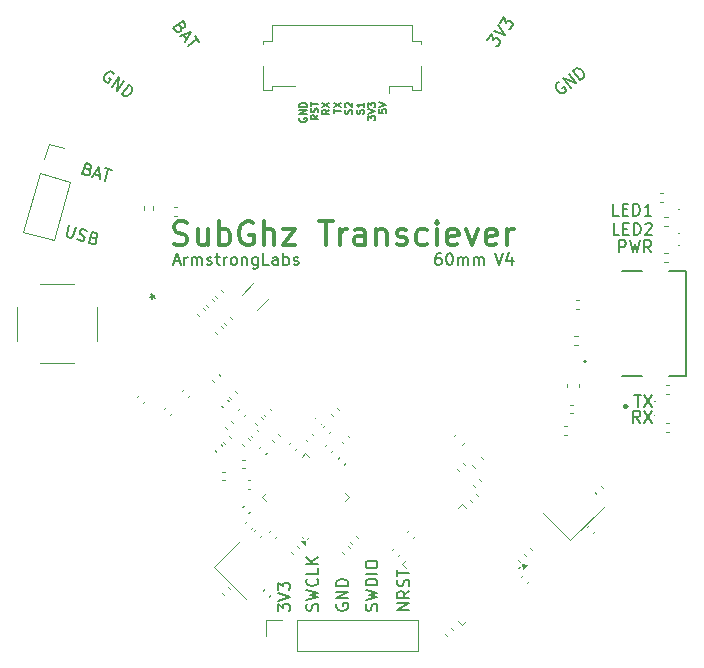
<source format=gbr>
%TF.GenerationSoftware,KiCad,Pcbnew,8.0.1*%
%TF.CreationDate,2024-09-30T12:45:28-07:00*%
%TF.ProjectId,rocketBeaconModule,726f636b-6574-4426-9561-636f6e4d6f64,rev?*%
%TF.SameCoordinates,Original*%
%TF.FileFunction,Legend,Top*%
%TF.FilePolarity,Positive*%
%FSLAX46Y46*%
G04 Gerber Fmt 4.6, Leading zero omitted, Abs format (unit mm)*
G04 Created by KiCad (PCBNEW 8.0.1) date 2024-09-30 12:45:28*
%MOMM*%
%LPD*%
G01*
G04 APERTURE LIST*
%ADD10C,0.150000*%
%ADD11C,0.300000*%
%ADD12C,0.120000*%
%ADD13C,0.254000*%
%ADD14C,0.100000*%
%ADD15C,0.127000*%
%ADD16C,0.200000*%
G04 APERTURE END LIST*
D10*
X71435238Y-150472611D02*
X71387619Y-150567849D01*
X71387619Y-150567849D02*
X71387619Y-150710706D01*
X71387619Y-150710706D02*
X71435238Y-150853563D01*
X71435238Y-150853563D02*
X71530476Y-150948801D01*
X71530476Y-150948801D02*
X71625714Y-150996420D01*
X71625714Y-150996420D02*
X71816190Y-151044039D01*
X71816190Y-151044039D02*
X71959047Y-151044039D01*
X71959047Y-151044039D02*
X72149523Y-150996420D01*
X72149523Y-150996420D02*
X72244761Y-150948801D01*
X72244761Y-150948801D02*
X72340000Y-150853563D01*
X72340000Y-150853563D02*
X72387619Y-150710706D01*
X72387619Y-150710706D02*
X72387619Y-150615468D01*
X72387619Y-150615468D02*
X72340000Y-150472611D01*
X72340000Y-150472611D02*
X72292380Y-150424992D01*
X72292380Y-150424992D02*
X71959047Y-150424992D01*
X71959047Y-150424992D02*
X71959047Y-150615468D01*
X72387619Y-149996420D02*
X71387619Y-149996420D01*
X71387619Y-149996420D02*
X72387619Y-149424992D01*
X72387619Y-149424992D02*
X71387619Y-149424992D01*
X72387619Y-148948801D02*
X71387619Y-148948801D01*
X71387619Y-148948801D02*
X71387619Y-148710706D01*
X71387619Y-148710706D02*
X71435238Y-148567849D01*
X71435238Y-148567849D02*
X71530476Y-148472611D01*
X71530476Y-148472611D02*
X71625714Y-148424992D01*
X71625714Y-148424992D02*
X71816190Y-148377373D01*
X71816190Y-148377373D02*
X71959047Y-148377373D01*
X71959047Y-148377373D02*
X72149523Y-148424992D01*
X72149523Y-148424992D02*
X72244761Y-148472611D01*
X72244761Y-148472611D02*
X72340000Y-148567849D01*
X72340000Y-148567849D02*
X72387619Y-148710706D01*
X72387619Y-148710706D02*
X72387619Y-148948801D01*
X69800000Y-151044039D02*
X69847619Y-150901182D01*
X69847619Y-150901182D02*
X69847619Y-150663087D01*
X69847619Y-150663087D02*
X69800000Y-150567849D01*
X69800000Y-150567849D02*
X69752380Y-150520230D01*
X69752380Y-150520230D02*
X69657142Y-150472611D01*
X69657142Y-150472611D02*
X69561904Y-150472611D01*
X69561904Y-150472611D02*
X69466666Y-150520230D01*
X69466666Y-150520230D02*
X69419047Y-150567849D01*
X69419047Y-150567849D02*
X69371428Y-150663087D01*
X69371428Y-150663087D02*
X69323809Y-150853563D01*
X69323809Y-150853563D02*
X69276190Y-150948801D01*
X69276190Y-150948801D02*
X69228571Y-150996420D01*
X69228571Y-150996420D02*
X69133333Y-151044039D01*
X69133333Y-151044039D02*
X69038095Y-151044039D01*
X69038095Y-151044039D02*
X68942857Y-150996420D01*
X68942857Y-150996420D02*
X68895238Y-150948801D01*
X68895238Y-150948801D02*
X68847619Y-150853563D01*
X68847619Y-150853563D02*
X68847619Y-150615468D01*
X68847619Y-150615468D02*
X68895238Y-150472611D01*
X68847619Y-150139277D02*
X69847619Y-149901182D01*
X69847619Y-149901182D02*
X69133333Y-149710706D01*
X69133333Y-149710706D02*
X69847619Y-149520230D01*
X69847619Y-149520230D02*
X68847619Y-149282135D01*
X69752380Y-148329754D02*
X69800000Y-148377373D01*
X69800000Y-148377373D02*
X69847619Y-148520230D01*
X69847619Y-148520230D02*
X69847619Y-148615468D01*
X69847619Y-148615468D02*
X69800000Y-148758325D01*
X69800000Y-148758325D02*
X69704761Y-148853563D01*
X69704761Y-148853563D02*
X69609523Y-148901182D01*
X69609523Y-148901182D02*
X69419047Y-148948801D01*
X69419047Y-148948801D02*
X69276190Y-148948801D01*
X69276190Y-148948801D02*
X69085714Y-148901182D01*
X69085714Y-148901182D02*
X68990476Y-148853563D01*
X68990476Y-148853563D02*
X68895238Y-148758325D01*
X68895238Y-148758325D02*
X68847619Y-148615468D01*
X68847619Y-148615468D02*
X68847619Y-148520230D01*
X68847619Y-148520230D02*
X68895238Y-148377373D01*
X68895238Y-148377373D02*
X68942857Y-148329754D01*
X69847619Y-147424992D02*
X69847619Y-147901182D01*
X69847619Y-147901182D02*
X68847619Y-147901182D01*
X69847619Y-147091658D02*
X68847619Y-147091658D01*
X69847619Y-146520230D02*
X69276190Y-146948801D01*
X68847619Y-146520230D02*
X69419047Y-147091658D01*
X90279281Y-106299790D02*
X90174915Y-106320901D01*
X90174915Y-106320901D02*
X90062342Y-106408852D01*
X90062342Y-106408852D02*
X89979086Y-106534328D01*
X89979086Y-106534328D02*
X89962672Y-106668011D01*
X89962672Y-106668011D02*
X89983782Y-106772377D01*
X89983782Y-106772377D02*
X90063527Y-106951792D01*
X90063527Y-106951792D02*
X90151479Y-107064365D01*
X90151479Y-107064365D02*
X90306272Y-107185145D01*
X90306272Y-107185145D02*
X90402430Y-107230876D01*
X90402430Y-107230876D02*
X90536114Y-107247290D01*
X90536114Y-107247290D02*
X90678004Y-107196863D01*
X90678004Y-107196863D02*
X90753052Y-107138229D01*
X90753052Y-107138229D02*
X90836308Y-107012753D01*
X90836308Y-107012753D02*
X90844515Y-106945911D01*
X90844515Y-106945911D02*
X90639295Y-106683241D01*
X90639295Y-106683241D02*
X90489197Y-106800510D01*
X91240869Y-106757105D02*
X90625207Y-105969094D01*
X90625207Y-105969094D02*
X91691160Y-106405298D01*
X91691160Y-106405298D02*
X91075499Y-105617287D01*
X92066404Y-106112126D02*
X91450742Y-105324115D01*
X91450742Y-105324115D02*
X91638364Y-105177529D01*
X91638364Y-105177529D02*
X91780254Y-105127102D01*
X91780254Y-105127102D02*
X91913937Y-105143516D01*
X91913937Y-105143516D02*
X92010096Y-105189248D01*
X92010096Y-105189248D02*
X92164889Y-105310028D01*
X92164889Y-105310028D02*
X92252841Y-105422601D01*
X92252841Y-105422601D02*
X92332585Y-105602015D01*
X92332585Y-105602015D02*
X92353695Y-105706381D01*
X92353695Y-105706381D02*
X92337281Y-105840064D01*
X92337281Y-105840064D02*
X92254025Y-105965540D01*
X92254025Y-105965540D02*
X92066404Y-106112126D01*
X95299352Y-117599619D02*
X94823162Y-117599619D01*
X94823162Y-117599619D02*
X94823162Y-116599619D01*
X95632686Y-117075809D02*
X95966019Y-117075809D01*
X96108876Y-117599619D02*
X95632686Y-117599619D01*
X95632686Y-117599619D02*
X95632686Y-116599619D01*
X95632686Y-116599619D02*
X96108876Y-116599619D01*
X96537448Y-117599619D02*
X96537448Y-116599619D01*
X96537448Y-116599619D02*
X96775543Y-116599619D01*
X96775543Y-116599619D02*
X96918400Y-116647238D01*
X96918400Y-116647238D02*
X97013638Y-116742476D01*
X97013638Y-116742476D02*
X97061257Y-116837714D01*
X97061257Y-116837714D02*
X97108876Y-117028190D01*
X97108876Y-117028190D02*
X97108876Y-117171047D01*
X97108876Y-117171047D02*
X97061257Y-117361523D01*
X97061257Y-117361523D02*
X97013638Y-117456761D01*
X97013638Y-117456761D02*
X96918400Y-117552000D01*
X96918400Y-117552000D02*
X96775543Y-117599619D01*
X96775543Y-117599619D02*
X96537448Y-117599619D01*
X98061257Y-117599619D02*
X97489829Y-117599619D01*
X97775543Y-117599619D02*
X97775543Y-116599619D01*
X97775543Y-116599619D02*
X97680305Y-116742476D01*
X97680305Y-116742476D02*
X97585067Y-116837714D01*
X97585067Y-116837714D02*
X97489829Y-116885333D01*
X77569219Y-150996420D02*
X76569219Y-150996420D01*
X76569219Y-150996420D02*
X77569219Y-150424992D01*
X77569219Y-150424992D02*
X76569219Y-150424992D01*
X77569219Y-149377373D02*
X77093028Y-149710706D01*
X77569219Y-149948801D02*
X76569219Y-149948801D01*
X76569219Y-149948801D02*
X76569219Y-149567849D01*
X76569219Y-149567849D02*
X76616838Y-149472611D01*
X76616838Y-149472611D02*
X76664457Y-149424992D01*
X76664457Y-149424992D02*
X76759695Y-149377373D01*
X76759695Y-149377373D02*
X76902552Y-149377373D01*
X76902552Y-149377373D02*
X76997790Y-149424992D01*
X76997790Y-149424992D02*
X77045409Y-149472611D01*
X77045409Y-149472611D02*
X77093028Y-149567849D01*
X77093028Y-149567849D02*
X77093028Y-149948801D01*
X77521600Y-148996420D02*
X77569219Y-148853563D01*
X77569219Y-148853563D02*
X77569219Y-148615468D01*
X77569219Y-148615468D02*
X77521600Y-148520230D01*
X77521600Y-148520230D02*
X77473980Y-148472611D01*
X77473980Y-148472611D02*
X77378742Y-148424992D01*
X77378742Y-148424992D02*
X77283504Y-148424992D01*
X77283504Y-148424992D02*
X77188266Y-148472611D01*
X77188266Y-148472611D02*
X77140647Y-148520230D01*
X77140647Y-148520230D02*
X77093028Y-148615468D01*
X77093028Y-148615468D02*
X77045409Y-148805944D01*
X77045409Y-148805944D02*
X76997790Y-148901182D01*
X76997790Y-148901182D02*
X76950171Y-148948801D01*
X76950171Y-148948801D02*
X76854933Y-148996420D01*
X76854933Y-148996420D02*
X76759695Y-148996420D01*
X76759695Y-148996420D02*
X76664457Y-148948801D01*
X76664457Y-148948801D02*
X76616838Y-148901182D01*
X76616838Y-148901182D02*
X76569219Y-148805944D01*
X76569219Y-148805944D02*
X76569219Y-148567849D01*
X76569219Y-148567849D02*
X76616838Y-148424992D01*
X76569219Y-148139277D02*
X76569219Y-147567849D01*
X77569219Y-147853563D02*
X76569219Y-147853563D01*
X48772051Y-118406510D02*
X48548916Y-119184674D01*
X48548916Y-119184674D02*
X48568439Y-119289348D01*
X48568439Y-119289348D02*
X48601088Y-119348248D01*
X48601088Y-119348248D02*
X48679511Y-119420274D01*
X48679511Y-119420274D02*
X48862609Y-119472776D01*
X48862609Y-119472776D02*
X48967283Y-119453253D01*
X48967283Y-119453253D02*
X49026183Y-119420604D01*
X49026183Y-119420604D02*
X49098208Y-119342181D01*
X49098208Y-119342181D02*
X49321343Y-118564017D01*
X49470801Y-119597635D02*
X49594998Y-119682786D01*
X49594998Y-119682786D02*
X49823870Y-119748414D01*
X49823870Y-119748414D02*
X49928545Y-119728890D01*
X49928545Y-119728890D02*
X49987445Y-119696242D01*
X49987445Y-119696242D02*
X50059470Y-119617818D01*
X50059470Y-119617818D02*
X50085721Y-119526270D01*
X50085721Y-119526270D02*
X50066198Y-119421595D01*
X50066198Y-119421595D02*
X50033549Y-119362695D01*
X50033549Y-119362695D02*
X49955126Y-119290670D01*
X49955126Y-119290670D02*
X49785154Y-119192393D01*
X49785154Y-119192393D02*
X49706731Y-119120368D01*
X49706731Y-119120368D02*
X49674082Y-119061468D01*
X49674082Y-119061468D02*
X49654559Y-118956793D01*
X49654559Y-118956793D02*
X49680810Y-118865245D01*
X49680810Y-118865245D02*
X49752836Y-118786822D01*
X49752836Y-118786822D02*
X49811736Y-118754173D01*
X49811736Y-118754173D02*
X49916410Y-118734650D01*
X49916410Y-118734650D02*
X50145282Y-118800277D01*
X50145282Y-118800277D02*
X50269479Y-118885429D01*
X50883739Y-119507407D02*
X51007937Y-119592558D01*
X51007937Y-119592558D02*
X51040585Y-119651458D01*
X51040585Y-119651458D02*
X51060109Y-119756133D01*
X51060109Y-119756133D02*
X51020732Y-119893456D01*
X51020732Y-119893456D02*
X50948706Y-119971879D01*
X50948706Y-119971879D02*
X50889806Y-120004528D01*
X50889806Y-120004528D02*
X50785132Y-120024051D01*
X50785132Y-120024051D02*
X50418937Y-119919046D01*
X50418937Y-119919046D02*
X50694574Y-118957785D01*
X50694574Y-118957785D02*
X51014995Y-119049664D01*
X51014995Y-119049664D02*
X51093418Y-119121689D01*
X51093418Y-119121689D02*
X51126067Y-119180589D01*
X51126067Y-119180589D02*
X51145590Y-119285263D01*
X51145590Y-119285263D02*
X51119339Y-119376812D01*
X51119339Y-119376812D02*
X51047313Y-119455235D01*
X51047313Y-119455235D02*
X50988413Y-119487884D01*
X50988413Y-119487884D02*
X50883739Y-119507407D01*
X50883739Y-119507407D02*
X50563319Y-119415528D01*
X80219752Y-120765219D02*
X80029276Y-120765219D01*
X80029276Y-120765219D02*
X79934038Y-120812838D01*
X79934038Y-120812838D02*
X79886419Y-120860457D01*
X79886419Y-120860457D02*
X79791181Y-121003314D01*
X79791181Y-121003314D02*
X79743562Y-121193790D01*
X79743562Y-121193790D02*
X79743562Y-121574742D01*
X79743562Y-121574742D02*
X79791181Y-121669980D01*
X79791181Y-121669980D02*
X79838800Y-121717600D01*
X79838800Y-121717600D02*
X79934038Y-121765219D01*
X79934038Y-121765219D02*
X80124514Y-121765219D01*
X80124514Y-121765219D02*
X80219752Y-121717600D01*
X80219752Y-121717600D02*
X80267371Y-121669980D01*
X80267371Y-121669980D02*
X80314990Y-121574742D01*
X80314990Y-121574742D02*
X80314990Y-121336647D01*
X80314990Y-121336647D02*
X80267371Y-121241409D01*
X80267371Y-121241409D02*
X80219752Y-121193790D01*
X80219752Y-121193790D02*
X80124514Y-121146171D01*
X80124514Y-121146171D02*
X79934038Y-121146171D01*
X79934038Y-121146171D02*
X79838800Y-121193790D01*
X79838800Y-121193790D02*
X79791181Y-121241409D01*
X79791181Y-121241409D02*
X79743562Y-121336647D01*
X80934038Y-120765219D02*
X81029276Y-120765219D01*
X81029276Y-120765219D02*
X81124514Y-120812838D01*
X81124514Y-120812838D02*
X81172133Y-120860457D01*
X81172133Y-120860457D02*
X81219752Y-120955695D01*
X81219752Y-120955695D02*
X81267371Y-121146171D01*
X81267371Y-121146171D02*
X81267371Y-121384266D01*
X81267371Y-121384266D02*
X81219752Y-121574742D01*
X81219752Y-121574742D02*
X81172133Y-121669980D01*
X81172133Y-121669980D02*
X81124514Y-121717600D01*
X81124514Y-121717600D02*
X81029276Y-121765219D01*
X81029276Y-121765219D02*
X80934038Y-121765219D01*
X80934038Y-121765219D02*
X80838800Y-121717600D01*
X80838800Y-121717600D02*
X80791181Y-121669980D01*
X80791181Y-121669980D02*
X80743562Y-121574742D01*
X80743562Y-121574742D02*
X80695943Y-121384266D01*
X80695943Y-121384266D02*
X80695943Y-121146171D01*
X80695943Y-121146171D02*
X80743562Y-120955695D01*
X80743562Y-120955695D02*
X80791181Y-120860457D01*
X80791181Y-120860457D02*
X80838800Y-120812838D01*
X80838800Y-120812838D02*
X80934038Y-120765219D01*
X81695943Y-121765219D02*
X81695943Y-121098552D01*
X81695943Y-121193790D02*
X81743562Y-121146171D01*
X81743562Y-121146171D02*
X81838800Y-121098552D01*
X81838800Y-121098552D02*
X81981657Y-121098552D01*
X81981657Y-121098552D02*
X82076895Y-121146171D01*
X82076895Y-121146171D02*
X82124514Y-121241409D01*
X82124514Y-121241409D02*
X82124514Y-121765219D01*
X82124514Y-121241409D02*
X82172133Y-121146171D01*
X82172133Y-121146171D02*
X82267371Y-121098552D01*
X82267371Y-121098552D02*
X82410228Y-121098552D01*
X82410228Y-121098552D02*
X82505467Y-121146171D01*
X82505467Y-121146171D02*
X82553086Y-121241409D01*
X82553086Y-121241409D02*
X82553086Y-121765219D01*
X83029276Y-121765219D02*
X83029276Y-121098552D01*
X83029276Y-121193790D02*
X83076895Y-121146171D01*
X83076895Y-121146171D02*
X83172133Y-121098552D01*
X83172133Y-121098552D02*
X83314990Y-121098552D01*
X83314990Y-121098552D02*
X83410228Y-121146171D01*
X83410228Y-121146171D02*
X83457847Y-121241409D01*
X83457847Y-121241409D02*
X83457847Y-121765219D01*
X83457847Y-121241409D02*
X83505466Y-121146171D01*
X83505466Y-121146171D02*
X83600704Y-121098552D01*
X83600704Y-121098552D02*
X83743561Y-121098552D01*
X83743561Y-121098552D02*
X83838800Y-121146171D01*
X83838800Y-121146171D02*
X83886419Y-121241409D01*
X83886419Y-121241409D02*
X83886419Y-121765219D01*
X68301061Y-109318512D02*
X68272490Y-109375655D01*
X68272490Y-109375655D02*
X68272490Y-109461369D01*
X68272490Y-109461369D02*
X68301061Y-109547083D01*
X68301061Y-109547083D02*
X68358204Y-109604226D01*
X68358204Y-109604226D02*
X68415347Y-109632797D01*
X68415347Y-109632797D02*
X68529633Y-109661369D01*
X68529633Y-109661369D02*
X68615347Y-109661369D01*
X68615347Y-109661369D02*
X68729633Y-109632797D01*
X68729633Y-109632797D02*
X68786776Y-109604226D01*
X68786776Y-109604226D02*
X68843919Y-109547083D01*
X68843919Y-109547083D02*
X68872490Y-109461369D01*
X68872490Y-109461369D02*
X68872490Y-109404226D01*
X68872490Y-109404226D02*
X68843919Y-109318512D01*
X68843919Y-109318512D02*
X68815347Y-109289940D01*
X68815347Y-109289940D02*
X68615347Y-109289940D01*
X68615347Y-109289940D02*
X68615347Y-109404226D01*
X68872490Y-109032797D02*
X68272490Y-109032797D01*
X68272490Y-109032797D02*
X68872490Y-108689940D01*
X68872490Y-108689940D02*
X68272490Y-108689940D01*
X68872490Y-108404226D02*
X68272490Y-108404226D01*
X68272490Y-108404226D02*
X68272490Y-108261369D01*
X68272490Y-108261369D02*
X68301061Y-108175655D01*
X68301061Y-108175655D02*
X68358204Y-108118512D01*
X68358204Y-108118512D02*
X68415347Y-108089941D01*
X68415347Y-108089941D02*
X68529633Y-108061369D01*
X68529633Y-108061369D02*
X68615347Y-108061369D01*
X68615347Y-108061369D02*
X68729633Y-108089941D01*
X68729633Y-108089941D02*
X68786776Y-108118512D01*
X68786776Y-108118512D02*
X68843919Y-108175655D01*
X68843919Y-108175655D02*
X68872490Y-108261369D01*
X68872490Y-108261369D02*
X68872490Y-108404226D01*
X69838456Y-109089941D02*
X69552742Y-109289941D01*
X69838456Y-109432798D02*
X69238456Y-109432798D01*
X69238456Y-109432798D02*
X69238456Y-109204227D01*
X69238456Y-109204227D02*
X69267027Y-109147084D01*
X69267027Y-109147084D02*
X69295599Y-109118513D01*
X69295599Y-109118513D02*
X69352742Y-109089941D01*
X69352742Y-109089941D02*
X69438456Y-109089941D01*
X69438456Y-109089941D02*
X69495599Y-109118513D01*
X69495599Y-109118513D02*
X69524170Y-109147084D01*
X69524170Y-109147084D02*
X69552742Y-109204227D01*
X69552742Y-109204227D02*
X69552742Y-109432798D01*
X69809885Y-108861370D02*
X69838456Y-108775656D01*
X69838456Y-108775656D02*
X69838456Y-108632798D01*
X69838456Y-108632798D02*
X69809885Y-108575656D01*
X69809885Y-108575656D02*
X69781313Y-108547084D01*
X69781313Y-108547084D02*
X69724170Y-108518513D01*
X69724170Y-108518513D02*
X69667027Y-108518513D01*
X69667027Y-108518513D02*
X69609885Y-108547084D01*
X69609885Y-108547084D02*
X69581313Y-108575656D01*
X69581313Y-108575656D02*
X69552742Y-108632798D01*
X69552742Y-108632798D02*
X69524170Y-108747084D01*
X69524170Y-108747084D02*
X69495599Y-108804227D01*
X69495599Y-108804227D02*
X69467027Y-108832798D01*
X69467027Y-108832798D02*
X69409885Y-108861370D01*
X69409885Y-108861370D02*
X69352742Y-108861370D01*
X69352742Y-108861370D02*
X69295599Y-108832798D01*
X69295599Y-108832798D02*
X69267027Y-108804227D01*
X69267027Y-108804227D02*
X69238456Y-108747084D01*
X69238456Y-108747084D02*
X69238456Y-108604227D01*
X69238456Y-108604227D02*
X69267027Y-108518513D01*
X69238456Y-108347084D02*
X69238456Y-108004227D01*
X69838456Y-108175655D02*
X69238456Y-108175655D01*
X70804422Y-108632798D02*
X70518708Y-108832798D01*
X70804422Y-108975655D02*
X70204422Y-108975655D01*
X70204422Y-108975655D02*
X70204422Y-108747084D01*
X70204422Y-108747084D02*
X70232993Y-108689941D01*
X70232993Y-108689941D02*
X70261565Y-108661370D01*
X70261565Y-108661370D02*
X70318708Y-108632798D01*
X70318708Y-108632798D02*
X70404422Y-108632798D01*
X70404422Y-108632798D02*
X70461565Y-108661370D01*
X70461565Y-108661370D02*
X70490136Y-108689941D01*
X70490136Y-108689941D02*
X70518708Y-108747084D01*
X70518708Y-108747084D02*
X70518708Y-108975655D01*
X70204422Y-108432798D02*
X70804422Y-108032798D01*
X70204422Y-108032798D02*
X70804422Y-108432798D01*
X71170388Y-108918513D02*
X71170388Y-108575656D01*
X71770388Y-108747084D02*
X71170388Y-108747084D01*
X71170388Y-108432798D02*
X71770388Y-108032798D01*
X71170388Y-108032798D02*
X71770388Y-108432798D01*
X72707783Y-108975656D02*
X72736354Y-108889942D01*
X72736354Y-108889942D02*
X72736354Y-108747084D01*
X72736354Y-108747084D02*
X72707783Y-108689942D01*
X72707783Y-108689942D02*
X72679211Y-108661370D01*
X72679211Y-108661370D02*
X72622068Y-108632799D01*
X72622068Y-108632799D02*
X72564925Y-108632799D01*
X72564925Y-108632799D02*
X72507783Y-108661370D01*
X72507783Y-108661370D02*
X72479211Y-108689942D01*
X72479211Y-108689942D02*
X72450640Y-108747084D01*
X72450640Y-108747084D02*
X72422068Y-108861370D01*
X72422068Y-108861370D02*
X72393497Y-108918513D01*
X72393497Y-108918513D02*
X72364925Y-108947084D01*
X72364925Y-108947084D02*
X72307783Y-108975656D01*
X72307783Y-108975656D02*
X72250640Y-108975656D01*
X72250640Y-108975656D02*
X72193497Y-108947084D01*
X72193497Y-108947084D02*
X72164925Y-108918513D01*
X72164925Y-108918513D02*
X72136354Y-108861370D01*
X72136354Y-108861370D02*
X72136354Y-108718513D01*
X72136354Y-108718513D02*
X72164925Y-108632799D01*
X72193497Y-108404227D02*
X72164925Y-108375655D01*
X72164925Y-108375655D02*
X72136354Y-108318513D01*
X72136354Y-108318513D02*
X72136354Y-108175655D01*
X72136354Y-108175655D02*
X72164925Y-108118513D01*
X72164925Y-108118513D02*
X72193497Y-108089941D01*
X72193497Y-108089941D02*
X72250640Y-108061370D01*
X72250640Y-108061370D02*
X72307783Y-108061370D01*
X72307783Y-108061370D02*
X72393497Y-108089941D01*
X72393497Y-108089941D02*
X72736354Y-108432798D01*
X72736354Y-108432798D02*
X72736354Y-108061370D01*
X73673749Y-108975656D02*
X73702320Y-108889942D01*
X73702320Y-108889942D02*
X73702320Y-108747084D01*
X73702320Y-108747084D02*
X73673749Y-108689942D01*
X73673749Y-108689942D02*
X73645177Y-108661370D01*
X73645177Y-108661370D02*
X73588034Y-108632799D01*
X73588034Y-108632799D02*
X73530891Y-108632799D01*
X73530891Y-108632799D02*
X73473749Y-108661370D01*
X73473749Y-108661370D02*
X73445177Y-108689942D01*
X73445177Y-108689942D02*
X73416606Y-108747084D01*
X73416606Y-108747084D02*
X73388034Y-108861370D01*
X73388034Y-108861370D02*
X73359463Y-108918513D01*
X73359463Y-108918513D02*
X73330891Y-108947084D01*
X73330891Y-108947084D02*
X73273749Y-108975656D01*
X73273749Y-108975656D02*
X73216606Y-108975656D01*
X73216606Y-108975656D02*
X73159463Y-108947084D01*
X73159463Y-108947084D02*
X73130891Y-108918513D01*
X73130891Y-108918513D02*
X73102320Y-108861370D01*
X73102320Y-108861370D02*
X73102320Y-108718513D01*
X73102320Y-108718513D02*
X73130891Y-108632799D01*
X73702320Y-108061370D02*
X73702320Y-108404227D01*
X73702320Y-108232798D02*
X73102320Y-108232798D01*
X73102320Y-108232798D02*
X73188034Y-108289941D01*
X73188034Y-108289941D02*
X73245177Y-108347084D01*
X73245177Y-108347084D02*
X73273749Y-108404227D01*
X74068286Y-109518513D02*
X74068286Y-109147085D01*
X74068286Y-109147085D02*
X74296857Y-109347085D01*
X74296857Y-109347085D02*
X74296857Y-109261370D01*
X74296857Y-109261370D02*
X74325429Y-109204228D01*
X74325429Y-109204228D02*
X74354000Y-109175656D01*
X74354000Y-109175656D02*
X74411143Y-109147085D01*
X74411143Y-109147085D02*
X74554000Y-109147085D01*
X74554000Y-109147085D02*
X74611143Y-109175656D01*
X74611143Y-109175656D02*
X74639715Y-109204228D01*
X74639715Y-109204228D02*
X74668286Y-109261370D01*
X74668286Y-109261370D02*
X74668286Y-109432799D01*
X74668286Y-109432799D02*
X74639715Y-109489942D01*
X74639715Y-109489942D02*
X74611143Y-109518513D01*
X74068286Y-108975656D02*
X74668286Y-108775656D01*
X74668286Y-108775656D02*
X74068286Y-108575656D01*
X74068286Y-108432798D02*
X74068286Y-108061370D01*
X74068286Y-108061370D02*
X74296857Y-108261370D01*
X74296857Y-108261370D02*
X74296857Y-108175655D01*
X74296857Y-108175655D02*
X74325429Y-108118513D01*
X74325429Y-108118513D02*
X74354000Y-108089941D01*
X74354000Y-108089941D02*
X74411143Y-108061370D01*
X74411143Y-108061370D02*
X74554000Y-108061370D01*
X74554000Y-108061370D02*
X74611143Y-108089941D01*
X74611143Y-108089941D02*
X74639715Y-108118513D01*
X74639715Y-108118513D02*
X74668286Y-108175655D01*
X74668286Y-108175655D02*
X74668286Y-108347084D01*
X74668286Y-108347084D02*
X74639715Y-108404227D01*
X74639715Y-108404227D02*
X74611143Y-108432798D01*
X75034252Y-108604227D02*
X75034252Y-108889941D01*
X75034252Y-108889941D02*
X75319966Y-108918513D01*
X75319966Y-108918513D02*
X75291395Y-108889941D01*
X75291395Y-108889941D02*
X75262823Y-108832799D01*
X75262823Y-108832799D02*
X75262823Y-108689941D01*
X75262823Y-108689941D02*
X75291395Y-108632799D01*
X75291395Y-108632799D02*
X75319966Y-108604227D01*
X75319966Y-108604227D02*
X75377109Y-108575656D01*
X75377109Y-108575656D02*
X75519966Y-108575656D01*
X75519966Y-108575656D02*
X75577109Y-108604227D01*
X75577109Y-108604227D02*
X75605681Y-108632799D01*
X75605681Y-108632799D02*
X75634252Y-108689941D01*
X75634252Y-108689941D02*
X75634252Y-108832799D01*
X75634252Y-108832799D02*
X75605681Y-108889941D01*
X75605681Y-108889941D02*
X75577109Y-108918513D01*
X75034252Y-108404227D02*
X75634252Y-108204227D01*
X75634252Y-108204227D02*
X75034252Y-108004227D01*
X57630085Y-121479504D02*
X58106275Y-121479504D01*
X57534847Y-121765219D02*
X57868180Y-120765219D01*
X57868180Y-120765219D02*
X58201513Y-121765219D01*
X58534847Y-121765219D02*
X58534847Y-121098552D01*
X58534847Y-121289028D02*
X58582466Y-121193790D01*
X58582466Y-121193790D02*
X58630085Y-121146171D01*
X58630085Y-121146171D02*
X58725323Y-121098552D01*
X58725323Y-121098552D02*
X58820561Y-121098552D01*
X59153895Y-121765219D02*
X59153895Y-121098552D01*
X59153895Y-121193790D02*
X59201514Y-121146171D01*
X59201514Y-121146171D02*
X59296752Y-121098552D01*
X59296752Y-121098552D02*
X59439609Y-121098552D01*
X59439609Y-121098552D02*
X59534847Y-121146171D01*
X59534847Y-121146171D02*
X59582466Y-121241409D01*
X59582466Y-121241409D02*
X59582466Y-121765219D01*
X59582466Y-121241409D02*
X59630085Y-121146171D01*
X59630085Y-121146171D02*
X59725323Y-121098552D01*
X59725323Y-121098552D02*
X59868180Y-121098552D01*
X59868180Y-121098552D02*
X59963419Y-121146171D01*
X59963419Y-121146171D02*
X60011038Y-121241409D01*
X60011038Y-121241409D02*
X60011038Y-121765219D01*
X60439609Y-121717600D02*
X60534847Y-121765219D01*
X60534847Y-121765219D02*
X60725323Y-121765219D01*
X60725323Y-121765219D02*
X60820561Y-121717600D01*
X60820561Y-121717600D02*
X60868180Y-121622361D01*
X60868180Y-121622361D02*
X60868180Y-121574742D01*
X60868180Y-121574742D02*
X60820561Y-121479504D01*
X60820561Y-121479504D02*
X60725323Y-121431885D01*
X60725323Y-121431885D02*
X60582466Y-121431885D01*
X60582466Y-121431885D02*
X60487228Y-121384266D01*
X60487228Y-121384266D02*
X60439609Y-121289028D01*
X60439609Y-121289028D02*
X60439609Y-121241409D01*
X60439609Y-121241409D02*
X60487228Y-121146171D01*
X60487228Y-121146171D02*
X60582466Y-121098552D01*
X60582466Y-121098552D02*
X60725323Y-121098552D01*
X60725323Y-121098552D02*
X60820561Y-121146171D01*
X61153895Y-121098552D02*
X61534847Y-121098552D01*
X61296752Y-120765219D02*
X61296752Y-121622361D01*
X61296752Y-121622361D02*
X61344371Y-121717600D01*
X61344371Y-121717600D02*
X61439609Y-121765219D01*
X61439609Y-121765219D02*
X61534847Y-121765219D01*
X61868181Y-121765219D02*
X61868181Y-121098552D01*
X61868181Y-121289028D02*
X61915800Y-121193790D01*
X61915800Y-121193790D02*
X61963419Y-121146171D01*
X61963419Y-121146171D02*
X62058657Y-121098552D01*
X62058657Y-121098552D02*
X62153895Y-121098552D01*
X62630086Y-121765219D02*
X62534848Y-121717600D01*
X62534848Y-121717600D02*
X62487229Y-121669980D01*
X62487229Y-121669980D02*
X62439610Y-121574742D01*
X62439610Y-121574742D02*
X62439610Y-121289028D01*
X62439610Y-121289028D02*
X62487229Y-121193790D01*
X62487229Y-121193790D02*
X62534848Y-121146171D01*
X62534848Y-121146171D02*
X62630086Y-121098552D01*
X62630086Y-121098552D02*
X62772943Y-121098552D01*
X62772943Y-121098552D02*
X62868181Y-121146171D01*
X62868181Y-121146171D02*
X62915800Y-121193790D01*
X62915800Y-121193790D02*
X62963419Y-121289028D01*
X62963419Y-121289028D02*
X62963419Y-121574742D01*
X62963419Y-121574742D02*
X62915800Y-121669980D01*
X62915800Y-121669980D02*
X62868181Y-121717600D01*
X62868181Y-121717600D02*
X62772943Y-121765219D01*
X62772943Y-121765219D02*
X62630086Y-121765219D01*
X63391991Y-121098552D02*
X63391991Y-121765219D01*
X63391991Y-121193790D02*
X63439610Y-121146171D01*
X63439610Y-121146171D02*
X63534848Y-121098552D01*
X63534848Y-121098552D02*
X63677705Y-121098552D01*
X63677705Y-121098552D02*
X63772943Y-121146171D01*
X63772943Y-121146171D02*
X63820562Y-121241409D01*
X63820562Y-121241409D02*
X63820562Y-121765219D01*
X64725324Y-121098552D02*
X64725324Y-121908076D01*
X64725324Y-121908076D02*
X64677705Y-122003314D01*
X64677705Y-122003314D02*
X64630086Y-122050933D01*
X64630086Y-122050933D02*
X64534848Y-122098552D01*
X64534848Y-122098552D02*
X64391991Y-122098552D01*
X64391991Y-122098552D02*
X64296753Y-122050933D01*
X64725324Y-121717600D02*
X64630086Y-121765219D01*
X64630086Y-121765219D02*
X64439610Y-121765219D01*
X64439610Y-121765219D02*
X64344372Y-121717600D01*
X64344372Y-121717600D02*
X64296753Y-121669980D01*
X64296753Y-121669980D02*
X64249134Y-121574742D01*
X64249134Y-121574742D02*
X64249134Y-121289028D01*
X64249134Y-121289028D02*
X64296753Y-121193790D01*
X64296753Y-121193790D02*
X64344372Y-121146171D01*
X64344372Y-121146171D02*
X64439610Y-121098552D01*
X64439610Y-121098552D02*
X64630086Y-121098552D01*
X64630086Y-121098552D02*
X64725324Y-121146171D01*
X65677705Y-121765219D02*
X65201515Y-121765219D01*
X65201515Y-121765219D02*
X65201515Y-120765219D01*
X66439610Y-121765219D02*
X66439610Y-121241409D01*
X66439610Y-121241409D02*
X66391991Y-121146171D01*
X66391991Y-121146171D02*
X66296753Y-121098552D01*
X66296753Y-121098552D02*
X66106277Y-121098552D01*
X66106277Y-121098552D02*
X66011039Y-121146171D01*
X66439610Y-121717600D02*
X66344372Y-121765219D01*
X66344372Y-121765219D02*
X66106277Y-121765219D01*
X66106277Y-121765219D02*
X66011039Y-121717600D01*
X66011039Y-121717600D02*
X65963420Y-121622361D01*
X65963420Y-121622361D02*
X65963420Y-121527123D01*
X65963420Y-121527123D02*
X66011039Y-121431885D01*
X66011039Y-121431885D02*
X66106277Y-121384266D01*
X66106277Y-121384266D02*
X66344372Y-121384266D01*
X66344372Y-121384266D02*
X66439610Y-121336647D01*
X66915801Y-121765219D02*
X66915801Y-120765219D01*
X66915801Y-121146171D02*
X67011039Y-121098552D01*
X67011039Y-121098552D02*
X67201515Y-121098552D01*
X67201515Y-121098552D02*
X67296753Y-121146171D01*
X67296753Y-121146171D02*
X67344372Y-121193790D01*
X67344372Y-121193790D02*
X67391991Y-121289028D01*
X67391991Y-121289028D02*
X67391991Y-121574742D01*
X67391991Y-121574742D02*
X67344372Y-121669980D01*
X67344372Y-121669980D02*
X67296753Y-121717600D01*
X67296753Y-121717600D02*
X67201515Y-121765219D01*
X67201515Y-121765219D02*
X67011039Y-121765219D01*
X67011039Y-121765219D02*
X66915801Y-121717600D01*
X67772944Y-121717600D02*
X67868182Y-121765219D01*
X67868182Y-121765219D02*
X68058658Y-121765219D01*
X68058658Y-121765219D02*
X68153896Y-121717600D01*
X68153896Y-121717600D02*
X68201515Y-121622361D01*
X68201515Y-121622361D02*
X68201515Y-121574742D01*
X68201515Y-121574742D02*
X68153896Y-121479504D01*
X68153896Y-121479504D02*
X68058658Y-121431885D01*
X68058658Y-121431885D02*
X67915801Y-121431885D01*
X67915801Y-121431885D02*
X67820563Y-121384266D01*
X67820563Y-121384266D02*
X67772944Y-121289028D01*
X67772944Y-121289028D02*
X67772944Y-121241409D01*
X67772944Y-121241409D02*
X67820563Y-121146171D01*
X67820563Y-121146171D02*
X67915801Y-121098552D01*
X67915801Y-121098552D02*
X68058658Y-121098552D01*
X68058658Y-121098552D02*
X68153896Y-121146171D01*
X95339067Y-120698419D02*
X95339067Y-119698419D01*
X95339067Y-119698419D02*
X95720019Y-119698419D01*
X95720019Y-119698419D02*
X95815257Y-119746038D01*
X95815257Y-119746038D02*
X95862876Y-119793657D01*
X95862876Y-119793657D02*
X95910495Y-119888895D01*
X95910495Y-119888895D02*
X95910495Y-120031752D01*
X95910495Y-120031752D02*
X95862876Y-120126990D01*
X95862876Y-120126990D02*
X95815257Y-120174609D01*
X95815257Y-120174609D02*
X95720019Y-120222228D01*
X95720019Y-120222228D02*
X95339067Y-120222228D01*
X96243829Y-119698419D02*
X96481924Y-120698419D01*
X96481924Y-120698419D02*
X96672400Y-119984133D01*
X96672400Y-119984133D02*
X96862876Y-120698419D01*
X96862876Y-120698419D02*
X97100972Y-119698419D01*
X98053352Y-120698419D02*
X97720019Y-120222228D01*
X97481924Y-120698419D02*
X97481924Y-119698419D01*
X97481924Y-119698419D02*
X97862876Y-119698419D01*
X97862876Y-119698419D02*
X97958114Y-119746038D01*
X97958114Y-119746038D02*
X98005733Y-119793657D01*
X98005733Y-119793657D02*
X98053352Y-119888895D01*
X98053352Y-119888895D02*
X98053352Y-120031752D01*
X98053352Y-120031752D02*
X98005733Y-120126990D01*
X98005733Y-120126990D02*
X97958114Y-120174609D01*
X97958114Y-120174609D02*
X97862876Y-120222228D01*
X97862876Y-120222228D02*
X97481924Y-120222228D01*
X84839276Y-120765219D02*
X85172609Y-121765219D01*
X85172609Y-121765219D02*
X85505942Y-120765219D01*
X86267847Y-121098552D02*
X86267847Y-121765219D01*
X86029752Y-120717600D02*
X85791657Y-121431885D01*
X85791657Y-121431885D02*
X86410704Y-121431885D01*
X74829200Y-151044039D02*
X74876819Y-150901182D01*
X74876819Y-150901182D02*
X74876819Y-150663087D01*
X74876819Y-150663087D02*
X74829200Y-150567849D01*
X74829200Y-150567849D02*
X74781580Y-150520230D01*
X74781580Y-150520230D02*
X74686342Y-150472611D01*
X74686342Y-150472611D02*
X74591104Y-150472611D01*
X74591104Y-150472611D02*
X74495866Y-150520230D01*
X74495866Y-150520230D02*
X74448247Y-150567849D01*
X74448247Y-150567849D02*
X74400628Y-150663087D01*
X74400628Y-150663087D02*
X74353009Y-150853563D01*
X74353009Y-150853563D02*
X74305390Y-150948801D01*
X74305390Y-150948801D02*
X74257771Y-150996420D01*
X74257771Y-150996420D02*
X74162533Y-151044039D01*
X74162533Y-151044039D02*
X74067295Y-151044039D01*
X74067295Y-151044039D02*
X73972057Y-150996420D01*
X73972057Y-150996420D02*
X73924438Y-150948801D01*
X73924438Y-150948801D02*
X73876819Y-150853563D01*
X73876819Y-150853563D02*
X73876819Y-150615468D01*
X73876819Y-150615468D02*
X73924438Y-150472611D01*
X73876819Y-150139277D02*
X74876819Y-149901182D01*
X74876819Y-149901182D02*
X74162533Y-149710706D01*
X74162533Y-149710706D02*
X74876819Y-149520230D01*
X74876819Y-149520230D02*
X73876819Y-149282135D01*
X74876819Y-148901182D02*
X73876819Y-148901182D01*
X73876819Y-148901182D02*
X73876819Y-148663087D01*
X73876819Y-148663087D02*
X73924438Y-148520230D01*
X73924438Y-148520230D02*
X74019676Y-148424992D01*
X74019676Y-148424992D02*
X74114914Y-148377373D01*
X74114914Y-148377373D02*
X74305390Y-148329754D01*
X74305390Y-148329754D02*
X74448247Y-148329754D01*
X74448247Y-148329754D02*
X74638723Y-148377373D01*
X74638723Y-148377373D02*
X74733961Y-148424992D01*
X74733961Y-148424992D02*
X74829200Y-148520230D01*
X74829200Y-148520230D02*
X74876819Y-148663087D01*
X74876819Y-148663087D02*
X74876819Y-148901182D01*
X74876819Y-147901182D02*
X73876819Y-147901182D01*
X73876819Y-147234516D02*
X73876819Y-147044040D01*
X73876819Y-147044040D02*
X73924438Y-146948802D01*
X73924438Y-146948802D02*
X74019676Y-146853564D01*
X74019676Y-146853564D02*
X74210152Y-146805945D01*
X74210152Y-146805945D02*
X74543485Y-146805945D01*
X74543485Y-146805945D02*
X74733961Y-146853564D01*
X74733961Y-146853564D02*
X74829200Y-146948802D01*
X74829200Y-146948802D02*
X74876819Y-147044040D01*
X74876819Y-147044040D02*
X74876819Y-147234516D01*
X74876819Y-147234516D02*
X74829200Y-147329754D01*
X74829200Y-147329754D02*
X74733961Y-147424992D01*
X74733961Y-147424992D02*
X74543485Y-147472611D01*
X74543485Y-147472611D02*
X74210152Y-147472611D01*
X74210152Y-147472611D02*
X74019676Y-147424992D01*
X74019676Y-147424992D02*
X73924438Y-147329754D01*
X73924438Y-147329754D02*
X73876819Y-147234516D01*
D11*
X57647084Y-119991200D02*
X57932798Y-120086438D01*
X57932798Y-120086438D02*
X58408989Y-120086438D01*
X58408989Y-120086438D02*
X58599465Y-119991200D01*
X58599465Y-119991200D02*
X58694703Y-119895961D01*
X58694703Y-119895961D02*
X58789941Y-119705485D01*
X58789941Y-119705485D02*
X58789941Y-119515009D01*
X58789941Y-119515009D02*
X58694703Y-119324533D01*
X58694703Y-119324533D02*
X58599465Y-119229295D01*
X58599465Y-119229295D02*
X58408989Y-119134057D01*
X58408989Y-119134057D02*
X58028036Y-119038819D01*
X58028036Y-119038819D02*
X57837560Y-118943580D01*
X57837560Y-118943580D02*
X57742322Y-118848342D01*
X57742322Y-118848342D02*
X57647084Y-118657866D01*
X57647084Y-118657866D02*
X57647084Y-118467390D01*
X57647084Y-118467390D02*
X57742322Y-118276914D01*
X57742322Y-118276914D02*
X57837560Y-118181676D01*
X57837560Y-118181676D02*
X58028036Y-118086438D01*
X58028036Y-118086438D02*
X58504227Y-118086438D01*
X58504227Y-118086438D02*
X58789941Y-118181676D01*
X60504227Y-118753104D02*
X60504227Y-120086438D01*
X59647084Y-118753104D02*
X59647084Y-119800723D01*
X59647084Y-119800723D02*
X59742322Y-119991200D01*
X59742322Y-119991200D02*
X59932798Y-120086438D01*
X59932798Y-120086438D02*
X60218513Y-120086438D01*
X60218513Y-120086438D02*
X60408989Y-119991200D01*
X60408989Y-119991200D02*
X60504227Y-119895961D01*
X61456608Y-120086438D02*
X61456608Y-118086438D01*
X61456608Y-118848342D02*
X61647084Y-118753104D01*
X61647084Y-118753104D02*
X62028037Y-118753104D01*
X62028037Y-118753104D02*
X62218513Y-118848342D01*
X62218513Y-118848342D02*
X62313751Y-118943580D01*
X62313751Y-118943580D02*
X62408989Y-119134057D01*
X62408989Y-119134057D02*
X62408989Y-119705485D01*
X62408989Y-119705485D02*
X62313751Y-119895961D01*
X62313751Y-119895961D02*
X62218513Y-119991200D01*
X62218513Y-119991200D02*
X62028037Y-120086438D01*
X62028037Y-120086438D02*
X61647084Y-120086438D01*
X61647084Y-120086438D02*
X61456608Y-119991200D01*
X64313751Y-118181676D02*
X64123275Y-118086438D01*
X64123275Y-118086438D02*
X63837561Y-118086438D01*
X63837561Y-118086438D02*
X63551846Y-118181676D01*
X63551846Y-118181676D02*
X63361370Y-118372152D01*
X63361370Y-118372152D02*
X63266132Y-118562628D01*
X63266132Y-118562628D02*
X63170894Y-118943580D01*
X63170894Y-118943580D02*
X63170894Y-119229295D01*
X63170894Y-119229295D02*
X63266132Y-119610247D01*
X63266132Y-119610247D02*
X63361370Y-119800723D01*
X63361370Y-119800723D02*
X63551846Y-119991200D01*
X63551846Y-119991200D02*
X63837561Y-120086438D01*
X63837561Y-120086438D02*
X64028037Y-120086438D01*
X64028037Y-120086438D02*
X64313751Y-119991200D01*
X64313751Y-119991200D02*
X64408989Y-119895961D01*
X64408989Y-119895961D02*
X64408989Y-119229295D01*
X64408989Y-119229295D02*
X64028037Y-119229295D01*
X65266132Y-120086438D02*
X65266132Y-118086438D01*
X66123275Y-120086438D02*
X66123275Y-119038819D01*
X66123275Y-119038819D02*
X66028037Y-118848342D01*
X66028037Y-118848342D02*
X65837561Y-118753104D01*
X65837561Y-118753104D02*
X65551846Y-118753104D01*
X65551846Y-118753104D02*
X65361370Y-118848342D01*
X65361370Y-118848342D02*
X65266132Y-118943580D01*
X66885180Y-118753104D02*
X67932799Y-118753104D01*
X67932799Y-118753104D02*
X66885180Y-120086438D01*
X66885180Y-120086438D02*
X67932799Y-120086438D01*
X69932800Y-118086438D02*
X71075657Y-118086438D01*
X70504228Y-120086438D02*
X70504228Y-118086438D01*
X71742324Y-120086438D02*
X71742324Y-118753104D01*
X71742324Y-119134057D02*
X71837562Y-118943580D01*
X71837562Y-118943580D02*
X71932800Y-118848342D01*
X71932800Y-118848342D02*
X72123276Y-118753104D01*
X72123276Y-118753104D02*
X72313753Y-118753104D01*
X73837562Y-120086438D02*
X73837562Y-119038819D01*
X73837562Y-119038819D02*
X73742324Y-118848342D01*
X73742324Y-118848342D02*
X73551848Y-118753104D01*
X73551848Y-118753104D02*
X73170895Y-118753104D01*
X73170895Y-118753104D02*
X72980419Y-118848342D01*
X73837562Y-119991200D02*
X73647086Y-120086438D01*
X73647086Y-120086438D02*
X73170895Y-120086438D01*
X73170895Y-120086438D02*
X72980419Y-119991200D01*
X72980419Y-119991200D02*
X72885181Y-119800723D01*
X72885181Y-119800723D02*
X72885181Y-119610247D01*
X72885181Y-119610247D02*
X72980419Y-119419771D01*
X72980419Y-119419771D02*
X73170895Y-119324533D01*
X73170895Y-119324533D02*
X73647086Y-119324533D01*
X73647086Y-119324533D02*
X73837562Y-119229295D01*
X74789943Y-118753104D02*
X74789943Y-120086438D01*
X74789943Y-118943580D02*
X74885181Y-118848342D01*
X74885181Y-118848342D02*
X75075657Y-118753104D01*
X75075657Y-118753104D02*
X75361372Y-118753104D01*
X75361372Y-118753104D02*
X75551848Y-118848342D01*
X75551848Y-118848342D02*
X75647086Y-119038819D01*
X75647086Y-119038819D02*
X75647086Y-120086438D01*
X76504229Y-119991200D02*
X76694705Y-120086438D01*
X76694705Y-120086438D02*
X77075657Y-120086438D01*
X77075657Y-120086438D02*
X77266134Y-119991200D01*
X77266134Y-119991200D02*
X77361372Y-119800723D01*
X77361372Y-119800723D02*
X77361372Y-119705485D01*
X77361372Y-119705485D02*
X77266134Y-119515009D01*
X77266134Y-119515009D02*
X77075657Y-119419771D01*
X77075657Y-119419771D02*
X76789943Y-119419771D01*
X76789943Y-119419771D02*
X76599467Y-119324533D01*
X76599467Y-119324533D02*
X76504229Y-119134057D01*
X76504229Y-119134057D02*
X76504229Y-119038819D01*
X76504229Y-119038819D02*
X76599467Y-118848342D01*
X76599467Y-118848342D02*
X76789943Y-118753104D01*
X76789943Y-118753104D02*
X77075657Y-118753104D01*
X77075657Y-118753104D02*
X77266134Y-118848342D01*
X79075658Y-119991200D02*
X78885182Y-120086438D01*
X78885182Y-120086438D02*
X78504229Y-120086438D01*
X78504229Y-120086438D02*
X78313753Y-119991200D01*
X78313753Y-119991200D02*
X78218515Y-119895961D01*
X78218515Y-119895961D02*
X78123277Y-119705485D01*
X78123277Y-119705485D02*
X78123277Y-119134057D01*
X78123277Y-119134057D02*
X78218515Y-118943580D01*
X78218515Y-118943580D02*
X78313753Y-118848342D01*
X78313753Y-118848342D02*
X78504229Y-118753104D01*
X78504229Y-118753104D02*
X78885182Y-118753104D01*
X78885182Y-118753104D02*
X79075658Y-118848342D01*
X79932801Y-120086438D02*
X79932801Y-118753104D01*
X79932801Y-118086438D02*
X79837563Y-118181676D01*
X79837563Y-118181676D02*
X79932801Y-118276914D01*
X79932801Y-118276914D02*
X80028039Y-118181676D01*
X80028039Y-118181676D02*
X79932801Y-118086438D01*
X79932801Y-118086438D02*
X79932801Y-118276914D01*
X81647087Y-119991200D02*
X81456611Y-120086438D01*
X81456611Y-120086438D02*
X81075658Y-120086438D01*
X81075658Y-120086438D02*
X80885182Y-119991200D01*
X80885182Y-119991200D02*
X80789944Y-119800723D01*
X80789944Y-119800723D02*
X80789944Y-119038819D01*
X80789944Y-119038819D02*
X80885182Y-118848342D01*
X80885182Y-118848342D02*
X81075658Y-118753104D01*
X81075658Y-118753104D02*
X81456611Y-118753104D01*
X81456611Y-118753104D02*
X81647087Y-118848342D01*
X81647087Y-118848342D02*
X81742325Y-119038819D01*
X81742325Y-119038819D02*
X81742325Y-119229295D01*
X81742325Y-119229295D02*
X80789944Y-119419771D01*
X82408992Y-118753104D02*
X82885182Y-120086438D01*
X82885182Y-120086438D02*
X83361373Y-118753104D01*
X84885183Y-119991200D02*
X84694707Y-120086438D01*
X84694707Y-120086438D02*
X84313754Y-120086438D01*
X84313754Y-120086438D02*
X84123278Y-119991200D01*
X84123278Y-119991200D02*
X84028040Y-119800723D01*
X84028040Y-119800723D02*
X84028040Y-119038819D01*
X84028040Y-119038819D02*
X84123278Y-118848342D01*
X84123278Y-118848342D02*
X84313754Y-118753104D01*
X84313754Y-118753104D02*
X84694707Y-118753104D01*
X84694707Y-118753104D02*
X84885183Y-118848342D01*
X84885183Y-118848342D02*
X84980421Y-119038819D01*
X84980421Y-119038819D02*
X84980421Y-119229295D01*
X84980421Y-119229295D02*
X84028040Y-119419771D01*
X85837564Y-120086438D02*
X85837564Y-118753104D01*
X85837564Y-119134057D02*
X85932802Y-118943580D01*
X85932802Y-118943580D02*
X86028040Y-118848342D01*
X86028040Y-118848342D02*
X86218516Y-118753104D01*
X86218516Y-118753104D02*
X86408993Y-118753104D01*
D10*
X97115333Y-135125619D02*
X96782000Y-134649428D01*
X96543905Y-135125619D02*
X96543905Y-134125619D01*
X96543905Y-134125619D02*
X96924857Y-134125619D01*
X96924857Y-134125619D02*
X97020095Y-134173238D01*
X97020095Y-134173238D02*
X97067714Y-134220857D01*
X97067714Y-134220857D02*
X97115333Y-134316095D01*
X97115333Y-134316095D02*
X97115333Y-134458952D01*
X97115333Y-134458952D02*
X97067714Y-134554190D01*
X97067714Y-134554190D02*
X97020095Y-134601809D01*
X97020095Y-134601809D02*
X96924857Y-134649428D01*
X96924857Y-134649428D02*
X96543905Y-134649428D01*
X97448667Y-134125619D02*
X98115333Y-135125619D01*
X98115333Y-134125619D02*
X97448667Y-135125619D01*
X50363513Y-113674635D02*
X50487711Y-113759786D01*
X50487711Y-113759786D02*
X50520359Y-113818686D01*
X50520359Y-113818686D02*
X50539882Y-113923360D01*
X50539882Y-113923360D02*
X50500506Y-114060683D01*
X50500506Y-114060683D02*
X50428480Y-114139107D01*
X50428480Y-114139107D02*
X50369580Y-114171755D01*
X50369580Y-114171755D02*
X50264906Y-114191279D01*
X50264906Y-114191279D02*
X49898711Y-114086274D01*
X49898711Y-114086274D02*
X50174348Y-113125012D01*
X50174348Y-113125012D02*
X50494769Y-113216891D01*
X50494769Y-113216891D02*
X50573192Y-113288917D01*
X50573192Y-113288917D02*
X50605841Y-113347817D01*
X50605841Y-113347817D02*
X50625364Y-113452491D01*
X50625364Y-113452491D02*
X50599113Y-113544040D01*
X50599113Y-113544040D02*
X50527087Y-113622463D01*
X50527087Y-113622463D02*
X50468187Y-113655112D01*
X50468187Y-113655112D02*
X50363513Y-113674635D01*
X50363513Y-113674635D02*
X50043092Y-113582756D01*
X50892952Y-114074139D02*
X51350695Y-114205395D01*
X50722650Y-114322534D02*
X51318707Y-113453152D01*
X51318707Y-113453152D02*
X51363491Y-114506293D01*
X51822226Y-113597533D02*
X52371518Y-113755040D01*
X51821234Y-114637549D02*
X52096872Y-113676287D01*
X52573756Y-105620903D02*
X52526353Y-105525557D01*
X52526353Y-105525557D02*
X52412262Y-105439584D01*
X52412262Y-105439584D02*
X52269514Y-105391641D01*
X52269514Y-105391641D02*
X52136138Y-105410385D01*
X52136138Y-105410385D02*
X52040792Y-105457788D01*
X52040792Y-105457788D02*
X51888130Y-105581251D01*
X51888130Y-105581251D02*
X51802156Y-105695342D01*
X51802156Y-105695342D02*
X51725555Y-105876121D01*
X51725555Y-105876121D02*
X51706270Y-105980839D01*
X51706270Y-105980839D02*
X51725015Y-106114216D01*
X51725015Y-106114216D02*
X51810447Y-106238219D01*
X51810447Y-106238219D02*
X51886508Y-106295535D01*
X51886508Y-106295535D02*
X52029257Y-106343478D01*
X52029257Y-106343478D02*
X52095945Y-106334106D01*
X52095945Y-106334106D02*
X52296550Y-106067894D01*
X52296550Y-106067894D02*
X52144429Y-105953263D01*
X52380901Y-106668087D02*
X52982716Y-105869452D01*
X52982716Y-105869452D02*
X52837265Y-107011982D01*
X52837265Y-107011982D02*
X53439080Y-106213346D01*
X53217567Y-107298560D02*
X53819382Y-106499925D01*
X53819382Y-106499925D02*
X54009533Y-106643214D01*
X54009533Y-106643214D02*
X54094966Y-106767218D01*
X54094966Y-106767218D02*
X54113711Y-106900594D01*
X54113711Y-106900594D02*
X54094426Y-107005312D01*
X54094426Y-107005312D02*
X54017825Y-107186091D01*
X54017825Y-107186091D02*
X53931851Y-107300182D01*
X53931851Y-107300182D02*
X53779189Y-107423645D01*
X53779189Y-107423645D02*
X53683843Y-107471048D01*
X53683843Y-107471048D02*
X53550467Y-107489793D01*
X53550467Y-107489793D02*
X53407718Y-107441849D01*
X53407718Y-107441849D02*
X53217567Y-107298560D01*
X95350152Y-119225219D02*
X94873962Y-119225219D01*
X94873962Y-119225219D02*
X94873962Y-118225219D01*
X95683486Y-118701409D02*
X96016819Y-118701409D01*
X96159676Y-119225219D02*
X95683486Y-119225219D01*
X95683486Y-119225219D02*
X95683486Y-118225219D01*
X95683486Y-118225219D02*
X96159676Y-118225219D01*
X96588248Y-119225219D02*
X96588248Y-118225219D01*
X96588248Y-118225219D02*
X96826343Y-118225219D01*
X96826343Y-118225219D02*
X96969200Y-118272838D01*
X96969200Y-118272838D02*
X97064438Y-118368076D01*
X97064438Y-118368076D02*
X97112057Y-118463314D01*
X97112057Y-118463314D02*
X97159676Y-118653790D01*
X97159676Y-118653790D02*
X97159676Y-118796647D01*
X97159676Y-118796647D02*
X97112057Y-118987123D01*
X97112057Y-118987123D02*
X97064438Y-119082361D01*
X97064438Y-119082361D02*
X96969200Y-119177600D01*
X96969200Y-119177600D02*
X96826343Y-119225219D01*
X96826343Y-119225219D02*
X96588248Y-119225219D01*
X97540629Y-118320457D02*
X97588248Y-118272838D01*
X97588248Y-118272838D02*
X97683486Y-118225219D01*
X97683486Y-118225219D02*
X97921581Y-118225219D01*
X97921581Y-118225219D02*
X98016819Y-118272838D01*
X98016819Y-118272838D02*
X98064438Y-118320457D01*
X98064438Y-118320457D02*
X98112057Y-118415695D01*
X98112057Y-118415695D02*
X98112057Y-118510933D01*
X98112057Y-118510933D02*
X98064438Y-118653790D01*
X98064438Y-118653790D02*
X97493010Y-119225219D01*
X97493010Y-119225219D02*
X98112057Y-119225219D01*
X96621695Y-132804819D02*
X97193123Y-132804819D01*
X96907409Y-133804819D02*
X96907409Y-132804819D01*
X97431219Y-132804819D02*
X98097885Y-133804819D01*
X98097885Y-132804819D02*
X97431219Y-133804819D01*
X84163495Y-102717888D02*
X84536047Y-102223495D01*
X84536047Y-102223495D02*
X84639684Y-102718969D01*
X84639684Y-102718969D02*
X84725657Y-102604878D01*
X84725657Y-102604878D02*
X84821003Y-102557476D01*
X84821003Y-102557476D02*
X84887691Y-102548103D01*
X84887691Y-102548103D02*
X84992410Y-102567389D01*
X84992410Y-102567389D02*
X85182561Y-102710678D01*
X85182561Y-102710678D02*
X85229964Y-102806024D01*
X85229964Y-102806024D02*
X85239336Y-102872712D01*
X85239336Y-102872712D02*
X85220051Y-102977431D01*
X85220051Y-102977431D02*
X85048104Y-103205612D01*
X85048104Y-103205612D02*
X84952758Y-103253015D01*
X84952758Y-103253015D02*
X84886070Y-103262387D01*
X84707994Y-101995313D02*
X85707234Y-102330916D01*
X85707234Y-102330916D02*
X85109204Y-101462889D01*
X85252493Y-101272738D02*
X85625045Y-100778344D01*
X85625045Y-100778344D02*
X85728683Y-101273819D01*
X85728683Y-101273819D02*
X85814656Y-101159728D01*
X85814656Y-101159728D02*
X85910002Y-101112326D01*
X85910002Y-101112326D02*
X85976690Y-101102953D01*
X85976690Y-101102953D02*
X86081409Y-101122239D01*
X86081409Y-101122239D02*
X86271560Y-101265528D01*
X86271560Y-101265528D02*
X86318963Y-101360874D01*
X86318963Y-101360874D02*
X86328335Y-101427562D01*
X86328335Y-101427562D02*
X86309050Y-101532280D01*
X86309050Y-101532280D02*
X86137102Y-101760462D01*
X86137102Y-101760462D02*
X86041756Y-101807865D01*
X86041756Y-101807865D02*
X85975068Y-101817237D01*
X66460019Y-151091658D02*
X66460019Y-150472611D01*
X66460019Y-150472611D02*
X66840971Y-150805944D01*
X66840971Y-150805944D02*
X66840971Y-150663087D01*
X66840971Y-150663087D02*
X66888590Y-150567849D01*
X66888590Y-150567849D02*
X66936209Y-150520230D01*
X66936209Y-150520230D02*
X67031447Y-150472611D01*
X67031447Y-150472611D02*
X67269542Y-150472611D01*
X67269542Y-150472611D02*
X67364780Y-150520230D01*
X67364780Y-150520230D02*
X67412400Y-150567849D01*
X67412400Y-150567849D02*
X67460019Y-150663087D01*
X67460019Y-150663087D02*
X67460019Y-150948801D01*
X67460019Y-150948801D02*
X67412400Y-151044039D01*
X67412400Y-151044039D02*
X67364780Y-151091658D01*
X66460019Y-150186896D02*
X67460019Y-149853563D01*
X67460019Y-149853563D02*
X66460019Y-149520230D01*
X66460019Y-149282134D02*
X66460019Y-148663087D01*
X66460019Y-148663087D02*
X66840971Y-148996420D01*
X66840971Y-148996420D02*
X66840971Y-148853563D01*
X66840971Y-148853563D02*
X66888590Y-148758325D01*
X66888590Y-148758325D02*
X66936209Y-148710706D01*
X66936209Y-148710706D02*
X67031447Y-148663087D01*
X67031447Y-148663087D02*
X67269542Y-148663087D01*
X67269542Y-148663087D02*
X67364780Y-148710706D01*
X67364780Y-148710706D02*
X67412400Y-148758325D01*
X67412400Y-148758325D02*
X67460019Y-148853563D01*
X67460019Y-148853563D02*
X67460019Y-149139277D01*
X67460019Y-149139277D02*
X67412400Y-149234515D01*
X67412400Y-149234515D02*
X67364780Y-149282134D01*
X58223148Y-101636298D02*
X58273575Y-101778188D01*
X58273575Y-101778188D02*
X58265368Y-101845029D01*
X58265368Y-101845029D02*
X58219637Y-101941188D01*
X58219637Y-101941188D02*
X58107064Y-102029140D01*
X58107064Y-102029140D02*
X58002698Y-102050250D01*
X58002698Y-102050250D02*
X57935856Y-102042043D01*
X57935856Y-102042043D02*
X57839697Y-101996311D01*
X57839697Y-101996311D02*
X57605160Y-101696117D01*
X57605160Y-101696117D02*
X58393171Y-101080455D01*
X58393171Y-101080455D02*
X58598391Y-101343125D01*
X58598391Y-101343125D02*
X58619501Y-101447491D01*
X58619501Y-101447491D02*
X58611294Y-101514333D01*
X58611294Y-101514333D02*
X58565563Y-101610492D01*
X58565563Y-101610492D02*
X58490514Y-101669126D01*
X58490514Y-101669126D02*
X58386148Y-101690236D01*
X58386148Y-101690236D02*
X58319307Y-101682029D01*
X58319307Y-101682029D02*
X58223148Y-101636298D01*
X58223148Y-101636298D02*
X58017927Y-101373627D01*
X58416650Y-102270700D02*
X58709822Y-102645943D01*
X58132870Y-102371554D02*
X59126101Y-102018563D01*
X59126101Y-102018563D02*
X58543311Y-102896895D01*
X59448590Y-102431331D02*
X59800397Y-102881623D01*
X58836483Y-103272138D02*
X59624494Y-102656477D01*
X56007537Y-124291762D02*
X55839178Y-124460120D01*
X55738163Y-124224418D02*
X55839178Y-124460120D01*
X55839178Y-124460120D02*
X56074880Y-124561136D01*
X55603476Y-124493792D02*
X55839178Y-124460120D01*
X55839178Y-124460120D02*
X55805506Y-124695823D01*
X56007537Y-124291762D02*
X55839178Y-124460120D01*
X55738163Y-124224418D02*
X55839178Y-124460120D01*
X55839178Y-124460120D02*
X56074880Y-124561136D01*
X55603476Y-124493792D02*
X55839178Y-124460120D01*
X55839178Y-124460120D02*
X55805506Y-124695823D01*
D12*
%TO.C,R9*%
X68791428Y-136556392D02*
X68943931Y-136708895D01*
X69300545Y-136047275D02*
X69453048Y-136199778D01*
%TO.C,C7*%
X87451693Y-146380810D02*
X87299190Y-146228307D01*
X87960810Y-145871693D02*
X87808307Y-145719190D01*
%TO.C,L1*%
X67526889Y-136785494D02*
X67374386Y-136937997D01*
X68036006Y-137294611D02*
X67883503Y-137447114D01*
%TO.C,U3*%
X65091730Y-141426827D02*
X65427605Y-141090951D01*
X65427605Y-141762703D02*
X65091730Y-141426827D01*
X68446951Y-144782049D02*
X68570695Y-144905792D01*
X68782827Y-137735730D02*
X68446951Y-138071605D01*
X69118703Y-138071605D02*
X68782827Y-137735730D01*
X69118703Y-144782049D02*
X68952533Y-144948219D01*
X72138049Y-141090951D02*
X72473924Y-141426827D01*
X72473924Y-141426827D02*
X72138049Y-141762703D01*
X68719187Y-145520975D02*
X68379776Y-145181564D01*
X68782827Y-145117924D01*
X68719187Y-145520975D01*
G36*
X68719187Y-145520975D02*
G01*
X68379776Y-145181564D01*
X68782827Y-145117924D01*
X68719187Y-145520975D01*
G37*
%TO.C,J6*%
X44894673Y-118946742D02*
X47451628Y-119679935D01*
X46311448Y-114005857D02*
X44894673Y-118946742D01*
X46311448Y-114005857D02*
X48868404Y-114739053D01*
X46661508Y-112785055D02*
X47028103Y-111506576D01*
X47028103Y-111506576D02*
X48306582Y-111873175D01*
X48868404Y-114739053D02*
X47451628Y-119679935D01*
%TO.C,R2*%
X54685693Y-132765190D02*
X54533190Y-132917693D01*
X55194810Y-133274307D02*
X55042307Y-133426810D01*
%TO.C,U2*%
D13*
X96024000Y-133757000D02*
G75*
G02*
X95770000Y-133757000I-127000J0D01*
G01*
X95770000Y-133757000D02*
G75*
G02*
X96024000Y-133757000I127000J0D01*
G01*
D12*
%TO.C,C36*%
X65297350Y-149218846D02*
X65144847Y-149371349D01*
X65806467Y-149727963D02*
X65653964Y-149880466D01*
%TO.C,R3*%
X91540359Y-127763000D02*
X91847641Y-127763000D01*
X91540359Y-128523000D02*
X91847641Y-128523000D01*
%TO.C,C11*%
X83133693Y-140538810D02*
X82981190Y-140386307D01*
X83642810Y-140029693D02*
X83490307Y-139877190D01*
%TO.C,C26*%
X69549447Y-134762937D02*
X69701950Y-134610434D01*
X70058564Y-135272054D02*
X70211067Y-135119551D01*
%TO.C,C16*%
X72567190Y-145212307D02*
X72719693Y-145364810D01*
X73076307Y-144703190D02*
X73228810Y-144855693D01*
%TO.C,SWD1*%
X65472000Y-151832000D02*
X66802000Y-151832000D01*
X65472000Y-153162000D02*
X65472000Y-151832000D01*
X68072001Y-151832000D02*
X78292000Y-151832000D01*
X68072001Y-154492000D02*
X68072001Y-151832000D01*
X68072001Y-154492000D02*
X78292000Y-154492000D01*
X78292000Y-154492000D02*
X78292000Y-151832000D01*
%TO.C,R10*%
X99287359Y-131954000D02*
X99594641Y-131954000D01*
X99287359Y-132714000D02*
X99594641Y-132714000D01*
%TO.C,L7*%
X62497946Y-133136591D02*
X62345443Y-132984088D01*
X63007063Y-132627474D02*
X62854560Y-132474971D01*
%TO.C,C32*%
X61088207Y-137474216D02*
X61240710Y-137626719D01*
X61597324Y-136965099D02*
X61749827Y-137117602D01*
%TO.C,C29*%
X63442873Y-142306352D02*
X63595376Y-142153849D01*
X63951990Y-142815469D02*
X64104493Y-142662966D01*
%TO.C,C8*%
X80762282Y-153153399D02*
X80609779Y-153000896D01*
X81271399Y-152644282D02*
X81118896Y-152491779D01*
%TO.C,C3*%
X92633190Y-143966693D02*
X92785693Y-143814190D01*
X93142307Y-144475810D02*
X93294810Y-144323307D01*
%TO.C,L6*%
X62118937Y-135631264D02*
X61966434Y-135478761D01*
X62628054Y-135122147D02*
X62475551Y-134969644D01*
%TO.C,C10*%
X82879693Y-141808810D02*
X82727190Y-141656307D01*
X83388810Y-141299693D02*
X83236307Y-141147190D01*
%TO.C,C33*%
X63423074Y-136935401D02*
X63575577Y-137087904D01*
X63932191Y-136426284D02*
X64084694Y-136578787D01*
%TO.C,EX1*%
X65172000Y-102783999D02*
X65172000Y-103083999D01*
X65172000Y-104904000D02*
X65172000Y-106953998D01*
X65172000Y-106953998D02*
X65942000Y-106953999D01*
X65942000Y-106603999D02*
X67922000Y-106603999D01*
X65942000Y-106953999D02*
X65942000Y-106603999D01*
X65972000Y-101483999D02*
X65972000Y-102783999D01*
X65972000Y-102783999D02*
X65172000Y-102783999D01*
X75842000Y-106603999D02*
X77822000Y-106603999D01*
X75842000Y-107193999D02*
X75842000Y-106603999D01*
X77792000Y-101483999D02*
X65972000Y-101483999D01*
X77792000Y-102783999D02*
X77792000Y-101483999D01*
X77822000Y-106603999D02*
X77822000Y-106953999D01*
X77822000Y-106953999D02*
X78592000Y-106953998D01*
X78592000Y-102783999D02*
X77792000Y-102783999D01*
X78592000Y-103083999D02*
X78592000Y-102783999D01*
X78592000Y-106953998D02*
X78592000Y-104904000D01*
%TO.C,C20*%
X63442964Y-138273200D02*
X63658636Y-138273200D01*
X63442964Y-138993200D02*
X63658636Y-138993200D01*
%TO.C,C37*%
X61607224Y-133682710D02*
X61759727Y-133835213D01*
X62116341Y-133173593D02*
X62268844Y-133326096D01*
%TO.C,C39*%
X61289693Y-127584810D02*
X61137190Y-127432307D01*
X61798810Y-127075693D02*
X61646307Y-126923190D01*
%TO.C,R15*%
X55119000Y-116813359D02*
X55119000Y-117120641D01*
X55879000Y-116813359D02*
X55879000Y-117120641D01*
%TO.C,C6*%
X93268190Y-141021307D02*
X93420693Y-141173810D01*
X93777307Y-140512190D02*
X93929810Y-140664693D01*
%TO.C,R13*%
X61061105Y-131699750D02*
X60908602Y-131547247D01*
X61570222Y-131190633D02*
X61417719Y-131038130D01*
%TO.C,C40*%
X59613190Y-125908307D02*
X59765693Y-126060810D01*
X60122307Y-125399190D02*
X60274810Y-125551693D01*
%TO.C,C21*%
X64093036Y-139989196D02*
X63877364Y-139989196D01*
X64093036Y-140709196D02*
X63877364Y-140709196D01*
%TO.C,C4*%
X87197693Y-148005190D02*
X87045190Y-148157693D01*
X87706810Y-148514307D02*
X87554307Y-148666810D01*
%TO.C,R11*%
X99287359Y-135129000D02*
X99594641Y-135129000D01*
X99287359Y-135889000D02*
X99594641Y-135889000D01*
%TO.C,C14*%
X58343190Y-132409693D02*
X58495693Y-132257190D01*
X58852307Y-132918810D02*
X59004810Y-132766307D01*
%TO.C,C24*%
X61944879Y-139270776D02*
X61729207Y-139270776D01*
X61944879Y-139990776D02*
X61729207Y-139990776D01*
%TO.C,R5*%
X99467641Y-120778000D02*
X99160359Y-120778000D01*
X99467641Y-121538000D02*
X99160359Y-121538000D01*
%TO.C,C15*%
X71890601Y-146059718D02*
X72043104Y-146212221D01*
X72399718Y-145550601D02*
X72552221Y-145703104D01*
%TO.C,U1*%
X76914825Y-147123223D02*
X77250701Y-147459099D01*
X77250701Y-146787347D02*
X76914825Y-147123223D01*
X81684260Y-142353788D02*
X82020136Y-142017912D01*
X82020136Y-142017912D02*
X82356012Y-142353788D01*
X82020136Y-152228534D02*
X81684260Y-151892658D01*
X82356012Y-151892658D02*
X82020136Y-152228534D01*
X86789571Y-146787347D02*
X86955741Y-146953517D01*
X86789571Y-147459099D02*
X86913315Y-147335355D01*
X87528498Y-147186863D02*
X87189087Y-147526274D01*
X87125447Y-147123223D01*
X87528498Y-147186863D01*
G36*
X87528498Y-147186863D02*
G01*
X87189087Y-147526274D01*
X87125447Y-147123223D01*
X87528498Y-147186863D01*
G37*
D14*
%TO.C,D4*%
X98401000Y-133350000D02*
G75*
G02*
X98301002Y-133350000I-49999J0D01*
G01*
X98301002Y-133350000D02*
G75*
G02*
X98401000Y-133350000I49999J0D01*
G01*
%TO.C,D5*%
X98401000Y-134493000D02*
G75*
G02*
X98301000Y-134493000I-50000J0D01*
G01*
X98301000Y-134493000D02*
G75*
G02*
X98401000Y-134493000I50000J0D01*
G01*
D12*
%TO.C,P1*%
X44397000Y-125296000D02*
X44397000Y-128196000D01*
X46302000Y-123391000D02*
X49202000Y-123391000D01*
X46302000Y-130101000D02*
X49202000Y-130101000D01*
X51107000Y-125296000D02*
X51107000Y-128196000D01*
%TO.C,C35*%
X63216367Y-133911812D02*
X63063864Y-134064315D01*
X63725484Y-134420929D02*
X63572981Y-134573432D01*
D14*
%TO.C,D1*%
X100453998Y-120142000D02*
G75*
G02*
X100354000Y-120142000I-49999J0D01*
G01*
X100354000Y-120142000D02*
G75*
G02*
X100453998Y-120142000I49999J0D01*
G01*
%TO.C,D3*%
X100453998Y-119126000D02*
G75*
G02*
X100354000Y-119126000I-49999J0D01*
G01*
X100354000Y-119126000D02*
G75*
G02*
X100453998Y-119126000I49999J0D01*
G01*
D12*
%TO.C,C1*%
X90930000Y-132093581D02*
X90930000Y-131812419D01*
X91950000Y-132093581D02*
X91950000Y-131812419D01*
%TO.C,L5*%
X64673006Y-135311652D02*
X64520503Y-135159149D01*
X65182123Y-134802535D02*
X65029620Y-134650032D01*
%TO.C,C30*%
X65957344Y-136595990D02*
X66109847Y-136748493D01*
X66466461Y-136086873D02*
X66618964Y-136239376D01*
%TO.C,C28*%
X64397601Y-144262282D02*
X64550104Y-144109779D01*
X64906718Y-144771399D02*
X65059221Y-144618896D01*
%TO.C,R8*%
X71997219Y-136888500D02*
X71844716Y-136735997D01*
X72506336Y-136379383D02*
X72353833Y-136226880D01*
%TO.C,C13*%
X91420836Y-133625000D02*
X91205164Y-133625000D01*
X91420836Y-134345000D02*
X91205164Y-134345000D01*
%TO.C,C41*%
X60375190Y-125146307D02*
X60527693Y-125298810D01*
X60884307Y-124637190D02*
X61036810Y-124789693D01*
%TO.C,C31*%
X61732349Y-149548358D02*
X61884852Y-149700861D01*
X62241466Y-149039241D02*
X62393969Y-149191744D01*
%TO.C,C43*%
X64375464Y-123313602D02*
X63369602Y-124319464D01*
X65662398Y-124600536D02*
X64656536Y-125606398D01*
%TO.C,C44*%
X61137190Y-124384307D02*
X61289693Y-124536810D01*
X61646307Y-123875190D02*
X61798810Y-124027693D01*
%TO.C,R4*%
X91667359Y-124715000D02*
X91974641Y-124715000D01*
X91667359Y-125475000D02*
X91974641Y-125475000D01*
%TO.C,R6*%
X99086641Y-115698000D02*
X98779359Y-115698000D01*
X99086641Y-116458000D02*
X98779359Y-116458000D01*
%TO.C,C9*%
X77545693Y-144195190D02*
X77393190Y-144347693D01*
X78054810Y-144704307D02*
X77902307Y-144856810D01*
%TO.C,C42*%
X62051693Y-126822810D02*
X61899190Y-126670307D01*
X62560810Y-126313693D02*
X62408307Y-126161190D01*
%TO.C,FB1*%
X83115325Y-138954574D02*
X82885120Y-138724369D01*
X83836574Y-138233325D02*
X83606369Y-138003120D01*
%TO.C,R12*%
X90651359Y-135383000D02*
X90958641Y-135383000D01*
X90651359Y-136143000D02*
X90958641Y-136143000D01*
D14*
%TO.C,D2*%
X100453998Y-117094000D02*
G75*
G02*
X100354000Y-117094000I-49999J0D01*
G01*
X100354000Y-117094000D02*
G75*
G02*
X100453998Y-117094000I49999J0D01*
G01*
D12*
%TO.C,C19*%
X70427674Y-137117602D02*
X70580177Y-136965099D01*
X70936791Y-137626719D02*
X71089294Y-137474216D01*
%TO.C,C27*%
X70946690Y-134401130D02*
X71099193Y-134553633D01*
X71455807Y-133892013D02*
X71608310Y-134044516D01*
%TO.C,C22*%
X70248068Y-135501156D02*
X70400571Y-135348653D01*
X70757185Y-136010273D02*
X70909688Y-135857770D01*
%TO.C,C38*%
X56971693Y-133781190D02*
X56819190Y-133933693D01*
X57480810Y-134290307D02*
X57328307Y-134442810D01*
%TO.C,C5*%
X76123190Y-145871693D02*
X76275693Y-145719190D01*
X76632307Y-146380810D02*
X76784810Y-146228307D01*
%TO.C,C23*%
X63677190Y-143585693D02*
X63829693Y-143433190D01*
X64186307Y-144094810D02*
X64338810Y-143942307D01*
%TO.C,L4*%
X64293997Y-136369484D02*
X64141494Y-136216981D01*
X64803114Y-135860367D02*
X64650611Y-135707864D01*
%TO.C,L2*%
X65012418Y-137144705D02*
X64859915Y-137297208D01*
X65521535Y-137653822D02*
X65369032Y-137806325D01*
%TO.C,C12*%
X81625779Y-139030896D02*
X81778282Y-139183399D01*
X82134896Y-138521779D02*
X82287399Y-138674282D01*
%TO.C,R14*%
X57631359Y-116841000D02*
X57938641Y-116841000D01*
X57631359Y-117601000D02*
X57938641Y-117601000D01*
%TO.C,X1*%
X61042804Y-147344190D02*
X63729810Y-150031196D01*
X63270190Y-145116804D02*
X61042804Y-147344190D01*
D15*
%TO.C,J1*%
X95575000Y-122276000D02*
X97255000Y-122276000D01*
X95575000Y-131216000D02*
X97255000Y-131216000D01*
X101025000Y-122276000D02*
X99595000Y-122276000D01*
X101025000Y-131216000D02*
X99595000Y-131216000D01*
X101025000Y-131216000D02*
X101025000Y-122276000D01*
D16*
X92525000Y-129946000D02*
G75*
G02*
X92325000Y-129946000I-100000J0D01*
G01*
X92325000Y-129946000D02*
G75*
G02*
X92525000Y-129946000I100000J0D01*
G01*
D12*
%TO.C,L3*%
X61959131Y-136908299D02*
X61806628Y-136755796D01*
X62468248Y-136399182D02*
X62315745Y-136246679D01*
%TO.C,C18*%
X67706495Y-146247765D02*
X67553992Y-146095262D01*
X68215612Y-145738648D02*
X68063109Y-145586145D01*
%TO.C,C17*%
X71505304Y-138195233D02*
X71657807Y-138042730D01*
X72014421Y-138704350D02*
X72166924Y-138551847D01*
%TO.C,C25*%
X65693001Y-144363882D02*
X65845504Y-144211379D01*
X66202118Y-144872999D02*
X66354621Y-144720496D01*
%TO.C,C34*%
X65238924Y-134440728D02*
X65391427Y-134593231D01*
X65748041Y-133931611D02*
X65900544Y-134084114D01*
%TO.C,R7*%
X99467641Y-117730000D02*
X99160359Y-117730000D01*
X99467641Y-118490000D02*
X99160359Y-118490000D01*
%TO.C,Y1*%
X88859060Y-142741487D02*
X91192513Y-145074940D01*
X91192513Y-145074940D02*
X94020940Y-142246513D01*
%TO.C,C2*%
X81327970Y-136263781D02*
X81526781Y-136064970D01*
X82049219Y-136985030D02*
X82248030Y-136786219D01*
%TD*%
M02*

</source>
